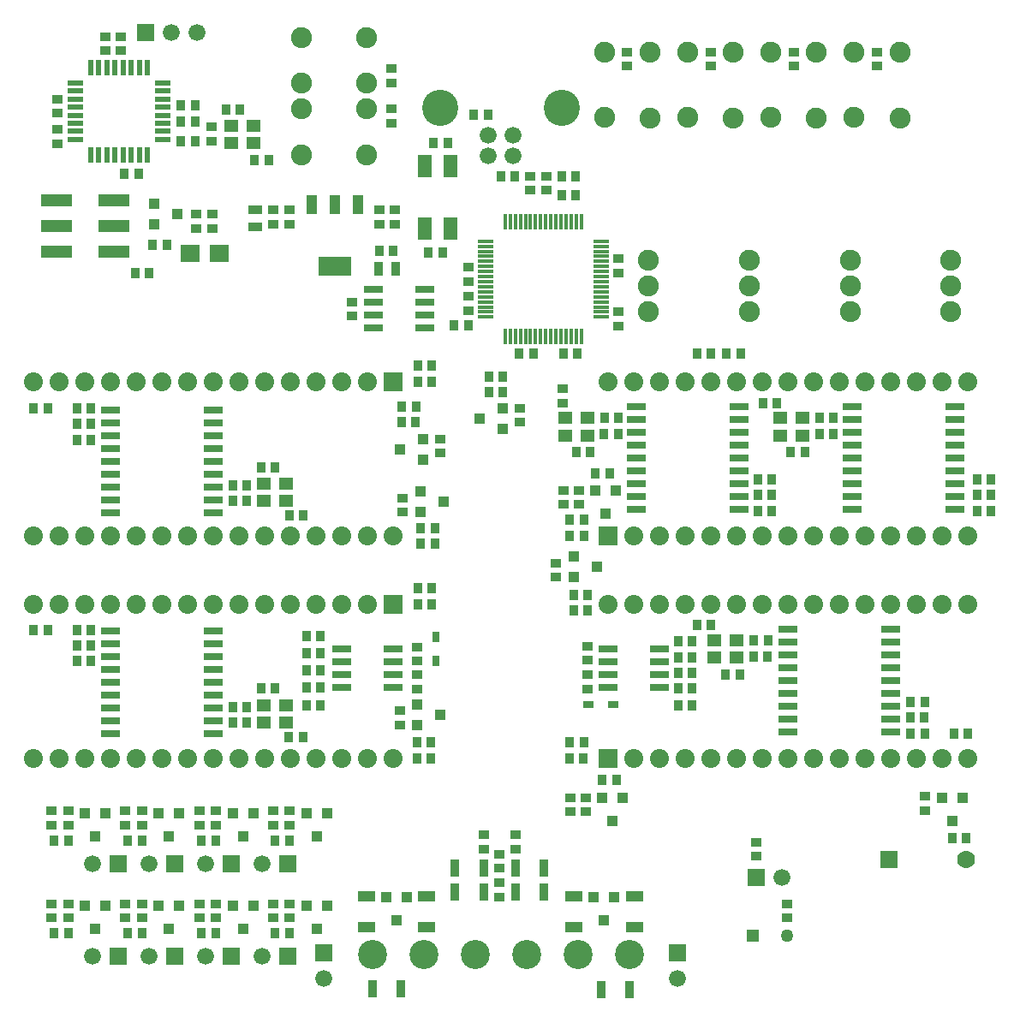
<source format=gbs>
G04*
G04 #@! TF.GenerationSoftware,Altium Limited,Altium Designer,18.0.12 (696)*
G04*
G04 Layer_Color=16711935*
%FSLAX44Y44*%
%MOMM*%
G71*
G01*
G75*
%ADD27R,1.4262X0.8762*%
%ADD28R,0.8262X0.9762*%
%ADD29R,0.9762X0.8262*%
%ADD30R,0.8762X1.4262*%
%ADD31R,1.9812X0.7366*%
%ADD32C,2.0762*%
%ADD33C,2.8762*%
%ADD34C,1.2762*%
%ADD35R,1.2762X1.2762*%
%ADD36R,1.6764X1.6764*%
%ADD37C,1.6764*%
%ADD38C,1.6762*%
%ADD39C,3.5762*%
%ADD40R,1.7762X1.7762*%
%ADD41C,1.7762*%
%ADD42R,1.6764X1.6764*%
%ADD43C,1.8762*%
%ADD44R,1.8762X1.8762*%
%ADD98R,1.9812X0.6858*%
%ADD99R,1.0922X1.0922*%
%ADD100R,1.0922X1.0922*%
%ADD101R,1.0024X0.7524*%
%ADD102R,1.6762X1.0762*%
%ADD103R,0.8262X1.7262*%
%ADD104R,1.4762X1.2762*%
%ADD105R,1.5762X0.6262*%
%ADD106R,0.6262X1.5762*%
%ADD107R,3.0762X1.2762*%
%ADD108R,1.9050X1.8034*%
%ADD109R,3.3262X1.9762*%
%ADD110R,1.0262X1.9762*%
%ADD111R,0.7524X1.0024*%
%ADD112R,1.4762X2.2762*%
%ADD113R,0.3762X1.5762*%
%ADD114R,1.5762X0.3762*%
D27*
X257000Y779500D02*
D03*
Y796500D02*
D03*
D28*
X52250Y600250D02*
D03*
X38250D02*
D03*
X675500Y370000D02*
D03*
X689500D02*
D03*
X675500Y354200D02*
D03*
X689500D02*
D03*
X532250Y654000D02*
D03*
X518250D02*
D03*
X575750D02*
D03*
X561750D02*
D03*
X616500Y590750D02*
D03*
X602500D02*
D03*
X602250Y574750D02*
D03*
X616250D02*
D03*
X588500Y557000D02*
D03*
X574500D02*
D03*
X593750Y536250D02*
D03*
X607750D02*
D03*
X568400Y490000D02*
D03*
X582400D02*
D03*
X568400Y473800D02*
D03*
X582400D02*
D03*
X572140Y416000D02*
D03*
X586140D02*
D03*
X572140Y400250D02*
D03*
X586140D02*
D03*
X675500Y338400D02*
D03*
X689500D02*
D03*
X675500Y323000D02*
D03*
X689500D02*
D03*
Y306800D02*
D03*
X675500D02*
D03*
X708000Y386000D02*
D03*
X694000D02*
D03*
X736547Y336868D02*
D03*
X722547D02*
D03*
X750000Y354750D02*
D03*
X764000D02*
D03*
X764250Y370750D02*
D03*
X750250D02*
D03*
X904881Y294356D02*
D03*
X918881D02*
D03*
X905000Y278752D02*
D03*
X919000D02*
D03*
X946250Y174750D02*
D03*
X960250D02*
D03*
X568400Y270000D02*
D03*
X582400D02*
D03*
X568000Y253797D02*
D03*
X582000D02*
D03*
X600590Y232500D02*
D03*
X614590D02*
D03*
X72400Y81000D02*
D03*
X58400D02*
D03*
X145267D02*
D03*
X131267D02*
D03*
X218133D02*
D03*
X204133D02*
D03*
X291000D02*
D03*
X277000D02*
D03*
X291000Y173000D02*
D03*
X277000D02*
D03*
X218133D02*
D03*
X204133D02*
D03*
X145267D02*
D03*
X131267D02*
D03*
X72400Y173000D02*
D03*
X58400D02*
D03*
X290500Y275250D02*
D03*
X304500D02*
D03*
X417250Y270226D02*
D03*
X431250D02*
D03*
X417250Y254226D02*
D03*
X431250D02*
D03*
X235000Y289448D02*
D03*
X249000D02*
D03*
Y305052D02*
D03*
X235000D02*
D03*
X263000Y323000D02*
D03*
X277000D02*
D03*
X322000Y340775D02*
D03*
X308000D02*
D03*
X322000Y323787D02*
D03*
X308000D02*
D03*
X322000Y306800D02*
D03*
X308000D02*
D03*
X322000Y357762D02*
D03*
X308000D02*
D03*
Y374750D02*
D03*
X322000D02*
D03*
X52250Y381252D02*
D03*
X38250D02*
D03*
X81000Y350000D02*
D03*
X95000D02*
D03*
X95119Y365648D02*
D03*
X81119D02*
D03*
X95000Y381252D02*
D03*
X81000D02*
D03*
X95119Y584648D02*
D03*
X81119D02*
D03*
Y569000D02*
D03*
X95119D02*
D03*
X95000Y600252D02*
D03*
X81000D02*
D03*
X263000Y542000D02*
D03*
X277000D02*
D03*
X249000Y524052D02*
D03*
X235000D02*
D03*
Y508448D02*
D03*
X249000D02*
D03*
X291000Y494000D02*
D03*
X305000D02*
D03*
X256822Y846100D02*
D03*
X270822D02*
D03*
X228322Y895671D02*
D03*
X242322D02*
D03*
X197750Y899886D02*
D03*
X183750D02*
D03*
Y883886D02*
D03*
X197750D02*
D03*
X183750Y864386D02*
D03*
X197750D02*
D03*
X127750Y832000D02*
D03*
X141750D02*
D03*
X138500Y733750D02*
D03*
X152500D02*
D03*
X155750Y762000D02*
D03*
X169750D02*
D03*
X393750Y756250D02*
D03*
X379750D02*
D03*
X432000Y406200D02*
D03*
X418000D02*
D03*
X432000Y422000D02*
D03*
X418000D02*
D03*
X421000Y481500D02*
D03*
X435000D02*
D03*
X421000Y466250D02*
D03*
X435000D02*
D03*
X416000Y586250D02*
D03*
X402000D02*
D03*
X416250Y601500D02*
D03*
X402250D02*
D03*
X502250Y631750D02*
D03*
X488250D02*
D03*
X502250Y616500D02*
D03*
X488250D02*
D03*
X418000Y626250D02*
D03*
X432000D02*
D03*
Y642450D02*
D03*
X418000D02*
D03*
X428550Y754000D02*
D03*
X442550D02*
D03*
X468000Y682000D02*
D03*
X454000D02*
D03*
X971000Y498748D02*
D03*
X985000D02*
D03*
X971000Y514352D02*
D03*
X985000D02*
D03*
Y530000D02*
D03*
X971000D02*
D03*
X773000Y605000D02*
D03*
X759000D02*
D03*
X829000Y590552D02*
D03*
X815000D02*
D03*
Y574948D02*
D03*
X829000D02*
D03*
X800750Y557000D02*
D03*
X786750D02*
D03*
X768000Y530000D02*
D03*
X754000D02*
D03*
Y514352D02*
D03*
X768000D02*
D03*
X754000Y498748D02*
D03*
X768000D02*
D03*
X473500Y891000D02*
D03*
X487500D02*
D03*
X447450Y863000D02*
D03*
X433450D02*
D03*
X514000Y830000D02*
D03*
X500000D02*
D03*
X574000Y810750D02*
D03*
X560000D02*
D03*
X737000Y654000D02*
D03*
X723000D02*
D03*
X708000D02*
D03*
X694000D02*
D03*
X574000Y830000D02*
D03*
X560000D02*
D03*
X962000Y278750D02*
D03*
X948000D02*
D03*
X905000Y310000D02*
D03*
X919000D02*
D03*
D29*
X616000Y748250D02*
D03*
Y734250D02*
D03*
Y695500D02*
D03*
Y681500D02*
D03*
X561000Y605500D02*
D03*
Y619500D02*
D03*
X562250Y505250D02*
D03*
Y519250D02*
D03*
X577500D02*
D03*
Y505250D02*
D03*
X554250Y433090D02*
D03*
Y447090D02*
D03*
X586000Y365000D02*
D03*
Y351000D02*
D03*
X586000Y322450D02*
D03*
Y336450D02*
D03*
X919250Y202487D02*
D03*
Y216487D02*
D03*
X752600Y157250D02*
D03*
Y171250D02*
D03*
X783000Y96250D02*
D03*
Y110250D02*
D03*
X569000Y215360D02*
D03*
Y201360D02*
D03*
X584250Y215360D02*
D03*
Y201360D02*
D03*
X275000Y96000D02*
D03*
Y110000D02*
D03*
X291000Y96000D02*
D03*
Y110000D02*
D03*
X56000Y96000D02*
D03*
Y110000D02*
D03*
X129000Y96000D02*
D03*
Y110000D02*
D03*
X145267Y96000D02*
D03*
Y110000D02*
D03*
X202000Y96000D02*
D03*
Y110000D02*
D03*
X218133Y96000D02*
D03*
Y110000D02*
D03*
X72400Y96000D02*
D03*
Y110000D02*
D03*
X499000Y159250D02*
D03*
Y145250D02*
D03*
X483000Y178250D02*
D03*
Y164250D02*
D03*
X515000Y178250D02*
D03*
Y164250D02*
D03*
X499000Y116870D02*
D03*
Y130870D02*
D03*
X56000Y188000D02*
D03*
Y202000D02*
D03*
X72400Y188000D02*
D03*
Y202000D02*
D03*
X129000Y188000D02*
D03*
Y202000D02*
D03*
X145267Y188000D02*
D03*
Y202000D02*
D03*
X202000Y188000D02*
D03*
Y202000D02*
D03*
X218133Y188000D02*
D03*
Y202000D02*
D03*
X275000Y188000D02*
D03*
Y202000D02*
D03*
X291000Y188000D02*
D03*
Y202000D02*
D03*
X417000Y364046D02*
D03*
Y350046D02*
D03*
X417000Y322450D02*
D03*
Y336450D02*
D03*
X400289Y286930D02*
D03*
Y300930D02*
D03*
X61750Y905886D02*
D03*
Y891886D02*
D03*
Y875886D02*
D03*
Y861886D02*
D03*
X108750Y968000D02*
D03*
Y954000D02*
D03*
X124750D02*
D03*
Y968000D02*
D03*
X214286Y864386D02*
D03*
Y878386D02*
D03*
X198750Y792000D02*
D03*
Y778000D02*
D03*
X214750Y792000D02*
D03*
Y778000D02*
D03*
X275000Y796250D02*
D03*
Y782250D02*
D03*
X291000D02*
D03*
Y796250D02*
D03*
X353000Y705448D02*
D03*
Y691448D02*
D03*
X395000Y782250D02*
D03*
Y796250D02*
D03*
X380000Y782250D02*
D03*
Y796250D02*
D03*
X403000Y497430D02*
D03*
Y511430D02*
D03*
X440500Y570000D02*
D03*
Y556000D02*
D03*
X519000Y600250D02*
D03*
Y586250D02*
D03*
X468000Y725500D02*
D03*
Y739500D02*
D03*
Y711000D02*
D03*
Y697000D02*
D03*
X529000Y830000D02*
D03*
Y816000D02*
D03*
X545000Y830000D02*
D03*
Y816000D02*
D03*
X392250Y921937D02*
D03*
Y935937D02*
D03*
Y896096D02*
D03*
Y882095D02*
D03*
X625000Y952750D02*
D03*
Y938750D02*
D03*
X707333Y952750D02*
D03*
Y938750D02*
D03*
X789667Y952750D02*
D03*
Y938750D02*
D03*
X872000Y952750D02*
D03*
Y938750D02*
D03*
D30*
X396500Y738250D02*
D03*
X379500D02*
D03*
D31*
X606200Y362298D02*
D03*
Y349598D02*
D03*
X657000Y336898D02*
D03*
Y324198D02*
D03*
X606200Y336898D02*
D03*
Y324198D02*
D03*
X657000Y362298D02*
D03*
Y349598D02*
D03*
X394000Y324198D02*
D03*
Y336898D02*
D03*
X343200Y349598D02*
D03*
Y362298D02*
D03*
X394000Y349598D02*
D03*
Y362298D02*
D03*
X343200Y324198D02*
D03*
Y336898D02*
D03*
X424775Y705000D02*
D03*
Y717700D02*
D03*
X373975Y679600D02*
D03*
Y692300D02*
D03*
X424775Y679600D02*
D03*
Y692300D02*
D03*
X373975Y705000D02*
D03*
Y717700D02*
D03*
D32*
X944700Y721000D02*
D03*
Y695600D02*
D03*
Y746400D02*
D03*
X845600Y721000D02*
D03*
Y695600D02*
D03*
Y746400D02*
D03*
X745600Y721000D02*
D03*
Y695600D02*
D03*
Y746400D02*
D03*
X645600Y721000D02*
D03*
Y695600D02*
D03*
Y746400D02*
D03*
X303054Y896166D02*
D03*
X367790Y896096D02*
D03*
X302790Y851096D02*
D03*
X367790D02*
D03*
X367526Y921937D02*
D03*
X302790Y922008D02*
D03*
X367790Y967008D02*
D03*
X302790D02*
D03*
X894500Y952500D02*
D03*
Y887500D02*
D03*
X849500Y952500D02*
D03*
X849429Y887764D02*
D03*
X812167Y952500D02*
D03*
Y887500D02*
D03*
X767167Y952500D02*
D03*
X767096Y887764D02*
D03*
X729833Y952500D02*
D03*
Y887500D02*
D03*
X684833Y952500D02*
D03*
X684763Y887764D02*
D03*
X647500Y952500D02*
D03*
Y887500D02*
D03*
X602500Y952500D02*
D03*
X602429Y887764D02*
D03*
D33*
X627000Y60000D02*
D03*
X525400D02*
D03*
X576200D02*
D03*
X474600D02*
D03*
X423800D02*
D03*
X373000D02*
D03*
D34*
X783000Y78250D02*
D03*
D35*
X749000D02*
D03*
D36*
X148850Y971750D02*
D03*
X674750Y61750D02*
D03*
X325250Y61900D02*
D03*
D37*
X174250Y971750D02*
D03*
X199650D02*
D03*
X778000Y136250D02*
D03*
X264100Y58000D02*
D03*
X208267Y58000D02*
D03*
X152433D02*
D03*
X96600Y58500D02*
D03*
X264100Y150000D02*
D03*
X208267D02*
D03*
X152433D02*
D03*
X96600Y150002D02*
D03*
X674750Y36350D02*
D03*
X325250Y36500D02*
D03*
D38*
X487500Y850000D02*
D03*
X512500Y870480D02*
D03*
Y850000D02*
D03*
X487500Y870480D02*
D03*
D39*
X439800Y897580D02*
D03*
X560200D02*
D03*
D40*
X884000Y153750D02*
D03*
D41*
X960000D02*
D03*
D42*
X752600Y136250D02*
D03*
X289500Y58000D02*
D03*
X233667Y58000D02*
D03*
X177833D02*
D03*
X122000Y58500D02*
D03*
X289500Y150000D02*
D03*
X233667D02*
D03*
X177833D02*
D03*
X122000Y150002D02*
D03*
D43*
X394000Y253800D02*
D03*
X368600D02*
D03*
X343200D02*
D03*
X317800D02*
D03*
X292400D02*
D03*
X267000D02*
D03*
X241600D02*
D03*
X216200D02*
D03*
X190800D02*
D03*
X165400D02*
D03*
X140000D02*
D03*
X114600D02*
D03*
X89200D02*
D03*
X63800D02*
D03*
X38400D02*
D03*
X368600Y406200D02*
D03*
X343200D02*
D03*
X317800D02*
D03*
X267000D02*
D03*
X292400D02*
D03*
X216200D02*
D03*
X241600D02*
D03*
X165400D02*
D03*
X190800D02*
D03*
X114600D02*
D03*
X140000D02*
D03*
X63800D02*
D03*
X89200D02*
D03*
X38400D02*
D03*
X606400Y406197D02*
D03*
X631800D02*
D03*
X657200D02*
D03*
X682600D02*
D03*
X708000D02*
D03*
X733400D02*
D03*
X758800D02*
D03*
X784200D02*
D03*
X809600D02*
D03*
X835000D02*
D03*
X860400D02*
D03*
X885800D02*
D03*
X911200D02*
D03*
X936600D02*
D03*
X962000D02*
D03*
X631800Y253797D02*
D03*
X657200D02*
D03*
X682600D02*
D03*
X733400D02*
D03*
X708000D02*
D03*
X784200D02*
D03*
X758800D02*
D03*
X835000D02*
D03*
X809600D02*
D03*
X885800D02*
D03*
X860400D02*
D03*
X936600D02*
D03*
X911200D02*
D03*
X962000D02*
D03*
X606400Y626200D02*
D03*
X631800D02*
D03*
X657200D02*
D03*
X682600D02*
D03*
X708000D02*
D03*
X733400D02*
D03*
X758800D02*
D03*
X784200D02*
D03*
X809600D02*
D03*
X835000D02*
D03*
X860400D02*
D03*
X885800D02*
D03*
X911200D02*
D03*
X936600D02*
D03*
X962000D02*
D03*
X631800Y473800D02*
D03*
X657200D02*
D03*
X682600D02*
D03*
X733400D02*
D03*
X708000D02*
D03*
X784200D02*
D03*
X758800D02*
D03*
X835000D02*
D03*
X809600D02*
D03*
X885800D02*
D03*
X860400D02*
D03*
X936600D02*
D03*
X911200D02*
D03*
X962000D02*
D03*
X394000D02*
D03*
X368600D02*
D03*
X343200D02*
D03*
X317800D02*
D03*
X292400D02*
D03*
X267000D02*
D03*
X241600D02*
D03*
X216200D02*
D03*
X190800D02*
D03*
X165400D02*
D03*
X140000D02*
D03*
X114600D02*
D03*
X89200D02*
D03*
X63800D02*
D03*
X38400D02*
D03*
X368600Y626200D02*
D03*
X343200D02*
D03*
X317800D02*
D03*
X267000D02*
D03*
X292400D02*
D03*
X216200D02*
D03*
X241600D02*
D03*
X165400D02*
D03*
X190800D02*
D03*
X114600D02*
D03*
X140000D02*
D03*
X63800D02*
D03*
X89200D02*
D03*
X38400D02*
D03*
D44*
X394000Y406200D02*
D03*
X606400Y253797D02*
D03*
Y473800D02*
D03*
X394000Y626200D02*
D03*
D98*
X114200Y598800D02*
D03*
Y586100D02*
D03*
Y573400D02*
D03*
Y560700D02*
D03*
Y548000D02*
D03*
Y535300D02*
D03*
Y522600D02*
D03*
Y509900D02*
D03*
Y497200D02*
D03*
X215800D02*
D03*
Y509900D02*
D03*
Y522600D02*
D03*
Y535300D02*
D03*
Y548000D02*
D03*
Y560700D02*
D03*
Y573400D02*
D03*
Y586100D02*
D03*
Y598800D02*
D03*
X114200Y379800D02*
D03*
Y367100D02*
D03*
Y354400D02*
D03*
Y341700D02*
D03*
Y329000D02*
D03*
Y316300D02*
D03*
Y303600D02*
D03*
Y290900D02*
D03*
Y278200D02*
D03*
X215800D02*
D03*
Y290900D02*
D03*
Y303600D02*
D03*
Y316300D02*
D03*
Y329000D02*
D03*
Y341700D02*
D03*
Y354400D02*
D03*
Y367100D02*
D03*
Y379800D02*
D03*
X885800Y280204D02*
D03*
Y292904D02*
D03*
Y305604D02*
D03*
Y318304D02*
D03*
Y331004D02*
D03*
Y343704D02*
D03*
Y356404D02*
D03*
Y369104D02*
D03*
Y381804D02*
D03*
X784200D02*
D03*
Y369104D02*
D03*
Y356404D02*
D03*
Y343704D02*
D03*
Y331004D02*
D03*
Y318304D02*
D03*
Y305604D02*
D03*
Y292904D02*
D03*
Y280204D02*
D03*
X736000Y500200D02*
D03*
Y512900D02*
D03*
Y525600D02*
D03*
Y538300D02*
D03*
Y551000D02*
D03*
Y563700D02*
D03*
Y576400D02*
D03*
Y589100D02*
D03*
Y601800D02*
D03*
X634400D02*
D03*
Y589100D02*
D03*
Y576400D02*
D03*
Y563700D02*
D03*
Y551000D02*
D03*
Y538300D02*
D03*
Y525600D02*
D03*
Y512900D02*
D03*
Y500200D02*
D03*
X948800Y500200D02*
D03*
Y512900D02*
D03*
Y525600D02*
D03*
Y538300D02*
D03*
Y551000D02*
D03*
Y563700D02*
D03*
Y576400D02*
D03*
Y589100D02*
D03*
Y601800D02*
D03*
X847200D02*
D03*
Y589100D02*
D03*
Y576400D02*
D03*
Y563700D02*
D03*
Y551000D02*
D03*
Y538300D02*
D03*
Y525600D02*
D03*
Y512900D02*
D03*
Y500200D02*
D03*
D99*
X593750Y519250D02*
D03*
X614070D02*
D03*
X603910Y496390D02*
D03*
X936090Y214610D02*
D03*
X956410D02*
D03*
X946250Y191750D02*
D03*
X600590Y215360D02*
D03*
X620910D02*
D03*
X610750Y192500D02*
D03*
X88680Y108000D02*
D03*
X109000D02*
D03*
X98840Y85140D02*
D03*
X234893Y108000D02*
D03*
X255213D02*
D03*
X245053Y85140D02*
D03*
X161787Y108000D02*
D03*
X182107D02*
D03*
X171947Y85140D02*
D03*
X308000Y108000D02*
D03*
X328320D02*
D03*
X318160Y85140D02*
D03*
X591840Y116860D02*
D03*
X612160D02*
D03*
X602000Y94000D02*
D03*
X387180Y116860D02*
D03*
X407500D02*
D03*
X397340Y94000D02*
D03*
X88680Y200123D02*
D03*
X109000D02*
D03*
X98840Y177263D02*
D03*
X162000Y200123D02*
D03*
X182320D02*
D03*
X172160Y177263D02*
D03*
X235000Y200123D02*
D03*
X255320D02*
D03*
X245160Y177263D02*
D03*
X308000Y200123D02*
D03*
X328320D02*
D03*
X318160Y177263D02*
D03*
D100*
X572140Y433090D02*
D03*
Y453410D02*
D03*
X595000Y443250D02*
D03*
X417250Y286930D02*
D03*
Y307250D02*
D03*
X440110Y297090D02*
D03*
X157750Y782000D02*
D03*
Y802320D02*
D03*
X180610Y792160D02*
D03*
X421000Y497430D02*
D03*
Y517750D02*
D03*
X443860Y507590D02*
D03*
X423110Y570000D02*
D03*
Y549680D02*
D03*
X400250Y559840D02*
D03*
X502250Y600250D02*
D03*
Y579930D02*
D03*
X479390Y590090D02*
D03*
D101*
X587000Y307000D02*
D03*
X611000D02*
D03*
D102*
X632000Y117437D02*
D03*
Y87437D02*
D03*
X572000Y117437D02*
D03*
Y87437D02*
D03*
X367000Y117437D02*
D03*
Y87437D02*
D03*
X427000Y117437D02*
D03*
Y87437D02*
D03*
D103*
X599000Y25000D02*
D03*
X627000D02*
D03*
X401000Y26000D02*
D03*
X373000D02*
D03*
X483000Y121390D02*
D03*
X455000D02*
D03*
X483000Y145250D02*
D03*
X455000D02*
D03*
X515000D02*
D03*
X543000D02*
D03*
X515000Y121390D02*
D03*
X543000D02*
D03*
D104*
X287703Y289552D02*
D03*
X265703D02*
D03*
Y306552D02*
D03*
X287703D02*
D03*
Y508552D02*
D03*
X265703D02*
D03*
Y525552D02*
D03*
X287703D02*
D03*
X776000Y573448D02*
D03*
X798000D02*
D03*
Y590448D02*
D03*
X776000D02*
D03*
X255250Y879500D02*
D03*
X233250D02*
D03*
Y862500D02*
D03*
X255250D02*
D03*
X711297Y353452D02*
D03*
X733297D02*
D03*
Y370452D02*
D03*
X711297D02*
D03*
X563750Y573448D02*
D03*
X585750D02*
D03*
Y590448D02*
D03*
X563750D02*
D03*
D105*
X165750Y922136D02*
D03*
Y914136D02*
D03*
Y906136D02*
D03*
Y898136D02*
D03*
Y890136D02*
D03*
Y882136D02*
D03*
Y874136D02*
D03*
Y866136D02*
D03*
X79750D02*
D03*
Y874136D02*
D03*
Y882136D02*
D03*
Y890136D02*
D03*
Y898136D02*
D03*
Y906136D02*
D03*
Y914136D02*
D03*
Y922136D02*
D03*
D106*
X150750Y851136D02*
D03*
X142750D02*
D03*
X134750D02*
D03*
X126750D02*
D03*
X118750D02*
D03*
X110750D02*
D03*
X102750D02*
D03*
X94750D02*
D03*
Y937136D02*
D03*
X102750D02*
D03*
X110750D02*
D03*
X118750D02*
D03*
X126750D02*
D03*
X134750D02*
D03*
X142750D02*
D03*
X150750D02*
D03*
D107*
X117500Y806050D02*
D03*
X61000D02*
D03*
Y780650D02*
D03*
X117500D02*
D03*
Y755250D02*
D03*
X61000D02*
D03*
D108*
X193302Y753000D02*
D03*
X221750D02*
D03*
D109*
X336000Y741000D02*
D03*
D110*
Y802000D02*
D03*
X359000D02*
D03*
X313000D02*
D03*
D111*
X436000Y350046D02*
D03*
Y374046D02*
D03*
D112*
X450700Y778000D02*
D03*
Y840000D02*
D03*
X425300D02*
D03*
Y778000D02*
D03*
D113*
X504500Y785000D02*
D03*
X509500D02*
D03*
X514500D02*
D03*
X519500D02*
D03*
X524500D02*
D03*
X529500D02*
D03*
X534500D02*
D03*
X539500D02*
D03*
X544500D02*
D03*
X549500D02*
D03*
X554500D02*
D03*
X559500D02*
D03*
X564500D02*
D03*
X569500D02*
D03*
X574500D02*
D03*
X579500D02*
D03*
Y671000D02*
D03*
X574500D02*
D03*
X569500D02*
D03*
X564500D02*
D03*
X559500D02*
D03*
X554500D02*
D03*
X549500D02*
D03*
X544500D02*
D03*
X539500D02*
D03*
X534500D02*
D03*
X529500D02*
D03*
X524500D02*
D03*
X519500D02*
D03*
X514500D02*
D03*
X509500D02*
D03*
X504500D02*
D03*
D114*
X599000Y765500D02*
D03*
Y760500D02*
D03*
Y755500D02*
D03*
Y750500D02*
D03*
Y745500D02*
D03*
Y740500D02*
D03*
Y735500D02*
D03*
Y730500D02*
D03*
Y725500D02*
D03*
Y720500D02*
D03*
Y715500D02*
D03*
Y710500D02*
D03*
Y705500D02*
D03*
Y700500D02*
D03*
Y695500D02*
D03*
Y690500D02*
D03*
X485000D02*
D03*
Y695500D02*
D03*
Y700500D02*
D03*
Y705500D02*
D03*
Y710500D02*
D03*
Y715500D02*
D03*
Y720500D02*
D03*
Y725500D02*
D03*
Y730500D02*
D03*
Y735500D02*
D03*
Y740500D02*
D03*
Y745500D02*
D03*
Y750500D02*
D03*
Y755500D02*
D03*
Y760500D02*
D03*
Y765500D02*
D03*
M02*

</source>
